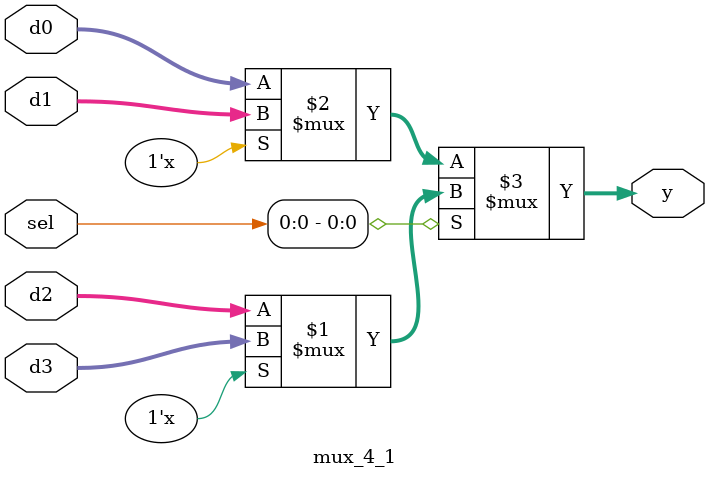
<source format=sv>

module mux_2_1
(
  input  [3:0] d0, d1,
  input        sel,
  output [3:0] y
);

  assign y = sel ? d1 : d0;

endmodule

//----------------------------------------------------------------------------
// Task
//----------------------------------------------------------------------------

module mux_4_1
(
  input  [3:0] d0, d1, d2, d3,
  input  [1:0] sel,
  output [3:0] y
);
  // Task:
  // Using code for mux_2_1 as an example,
  // write code for 4:1 mux using "?:" operator

  assign y = sel[0] ? (set[1] ? d3 : d2) : (set[1] ? d1 : d0);
endmodule

</source>
